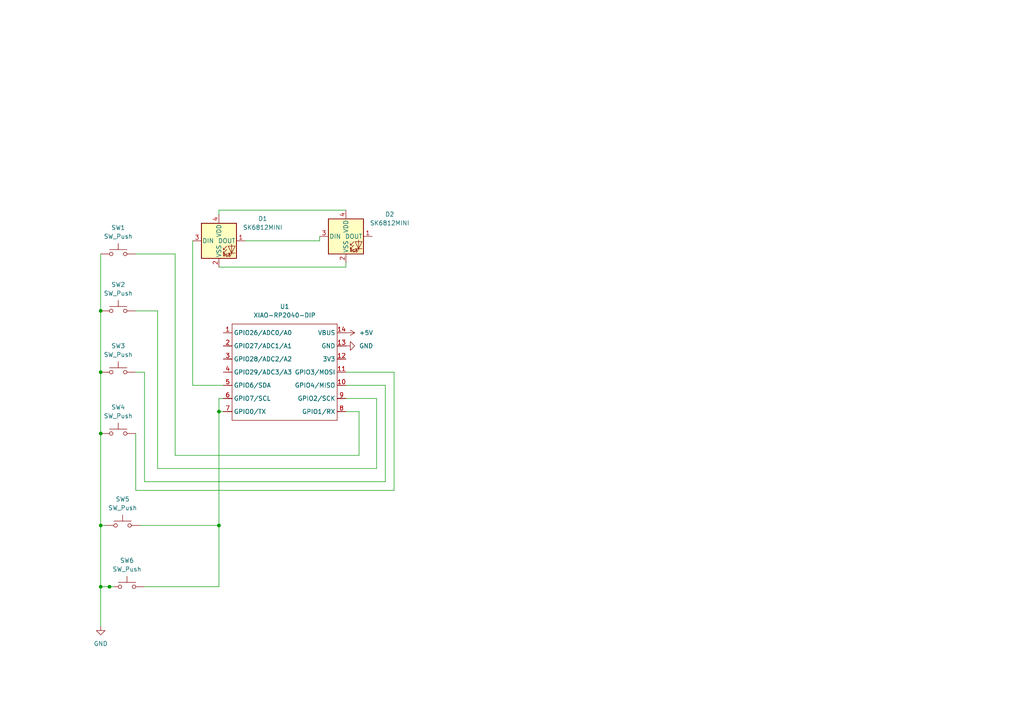
<source format=kicad_sch>
(kicad_sch
	(version 20250114)
	(generator "eeschema")
	(generator_version "9.0")
	(uuid "04017b7a-bc66-4247-9831-cbb849ff7ebb")
	(paper "A4")
	(lib_symbols
		(symbol "Library:+5V"
			(power)
			(pin_numbers
				(hide yes)
			)
			(pin_names
				(offset 0)
				(hide yes)
			)
			(exclude_from_sim no)
			(in_bom yes)
			(on_board yes)
			(property "Reference" "#PWR"
				(at 0 -3.81 0)
				(effects
					(font
						(size 1.27 1.27)
					)
					(hide yes)
				)
			)
			(property "Value" "+5V"
				(at 0 3.556 0)
				(effects
					(font
						(size 1.27 1.27)
					)
				)
			)
			(property "Footprint" ""
				(at 0 0 0)
				(effects
					(font
						(size 1.27 1.27)
					)
					(hide yes)
				)
			)
			(property "Datasheet" ""
				(at 0 0 0)
				(effects
					(font
						(size 1.27 1.27)
					)
					(hide yes)
				)
			)
			(property "Description" "Power symbol creates a global label with name \"+5V\""
				(at 0 0 0)
				(effects
					(font
						(size 1.27 1.27)
					)
					(hide yes)
				)
			)
			(property "ki_keywords" "global power"
				(at 0 0 0)
				(effects
					(font
						(size 1.27 1.27)
					)
					(hide yes)
				)
			)
			(symbol "+5V_0_1"
				(polyline
					(pts
						(xy -0.762 1.27) (xy 0 2.54)
					)
					(stroke
						(width 0)
						(type default)
					)
					(fill
						(type none)
					)
				)
				(polyline
					(pts
						(xy 0 2.54) (xy 0.762 1.27)
					)
					(stroke
						(width 0)
						(type default)
					)
					(fill
						(type none)
					)
				)
				(polyline
					(pts
						(xy 0 0) (xy 0 2.54)
					)
					(stroke
						(width 0)
						(type default)
					)
					(fill
						(type none)
					)
				)
			)
			(symbol "+5V_1_1"
				(pin power_in line
					(at 0 0 90)
					(length 0)
					(name "~"
						(effects
							(font
								(size 1.27 1.27)
							)
						)
					)
					(number "1"
						(effects
							(font
								(size 1.27 1.27)
							)
						)
					)
				)
			)
			(embedded_fonts no)
		)
		(symbol "Library:GND"
			(power)
			(pin_numbers
				(hide yes)
			)
			(pin_names
				(offset 0)
				(hide yes)
			)
			(exclude_from_sim no)
			(in_bom yes)
			(on_board yes)
			(property "Reference" "#PWR"
				(at 0 -6.35 0)
				(effects
					(font
						(size 1.27 1.27)
					)
					(hide yes)
				)
			)
			(property "Value" "GND"
				(at 0 -3.81 0)
				(effects
					(font
						(size 1.27 1.27)
					)
				)
			)
			(property "Footprint" ""
				(at 0 0 0)
				(effects
					(font
						(size 1.27 1.27)
					)
					(hide yes)
				)
			)
			(property "Datasheet" ""
				(at 0 0 0)
				(effects
					(font
						(size 1.27 1.27)
					)
					(hide yes)
				)
			)
			(property "Description" "Power symbol creates a global label with name \"GND\" , ground"
				(at 0 0 0)
				(effects
					(font
						(size 1.27 1.27)
					)
					(hide yes)
				)
			)
			(property "ki_keywords" "global power"
				(at 0 0 0)
				(effects
					(font
						(size 1.27 1.27)
					)
					(hide yes)
				)
			)
			(symbol "GND_0_1"
				(polyline
					(pts
						(xy 0 0) (xy 0 -1.27) (xy 1.27 -1.27) (xy 0 -2.54) (xy -1.27 -1.27) (xy 0 -1.27)
					)
					(stroke
						(width 0)
						(type default)
					)
					(fill
						(type none)
					)
				)
			)
			(symbol "GND_1_1"
				(pin power_in line
					(at 0 0 270)
					(length 0)
					(name "~"
						(effects
							(font
								(size 1.27 1.27)
							)
						)
					)
					(number "1"
						(effects
							(font
								(size 1.27 1.27)
							)
						)
					)
				)
			)
			(embedded_fonts no)
		)
		(symbol "Library:SK6812MINI"
			(pin_names
				(offset 0.254)
			)
			(exclude_from_sim no)
			(in_bom yes)
			(on_board yes)
			(property "Reference" "D"
				(at 5.08 5.715 0)
				(effects
					(font
						(size 1.27 1.27)
					)
					(justify right bottom)
				)
			)
			(property "Value" "SK6812MINI"
				(at 1.27 -5.715 0)
				(effects
					(font
						(size 1.27 1.27)
					)
					(justify left top)
				)
			)
			(property "Footprint" "LED_SMD:LED_SK6812MINI_PLCC4_3.5x3.5mm_P1.75mm"
				(at 1.27 -7.62 0)
				(effects
					(font
						(size 1.27 1.27)
					)
					(justify left top)
					(hide yes)
				)
			)
			(property "Datasheet" "https://cdn-shop.adafruit.com/product-files/2686/SK6812MINI_REV.01-1-2.pdf"
				(at 2.54 -9.525 0)
				(effects
					(font
						(size 1.27 1.27)
					)
					(justify left top)
					(hide yes)
				)
			)
			(property "Description" "RGB LED with integrated controller"
				(at 0 0 0)
				(effects
					(font
						(size 1.27 1.27)
					)
					(hide yes)
				)
			)
			(property "ki_keywords" "RGB LED NeoPixel Mini addressable"
				(at 0 0 0)
				(effects
					(font
						(size 1.27 1.27)
					)
					(hide yes)
				)
			)
			(property "ki_fp_filters" "LED*SK6812MINI*PLCC*3.5x3.5mm*P1.75mm*"
				(at 0 0 0)
				(effects
					(font
						(size 1.27 1.27)
					)
					(hide yes)
				)
			)
			(symbol "SK6812MINI_0_0"
				(text "RGB"
					(at 2.286 -4.191 0)
					(effects
						(font
							(size 0.762 0.762)
						)
					)
				)
			)
			(symbol "SK6812MINI_0_1"
				(polyline
					(pts
						(xy 1.27 -2.54) (xy 1.778 -2.54)
					)
					(stroke
						(width 0)
						(type default)
					)
					(fill
						(type none)
					)
				)
				(polyline
					(pts
						(xy 1.27 -3.556) (xy 1.778 -3.556)
					)
					(stroke
						(width 0)
						(type default)
					)
					(fill
						(type none)
					)
				)
				(polyline
					(pts
						(xy 2.286 -1.524) (xy 1.27 -2.54) (xy 1.27 -2.032)
					)
					(stroke
						(width 0)
						(type default)
					)
					(fill
						(type none)
					)
				)
				(polyline
					(pts
						(xy 2.286 -2.54) (xy 1.27 -3.556) (xy 1.27 -3.048)
					)
					(stroke
						(width 0)
						(type default)
					)
					(fill
						(type none)
					)
				)
				(polyline
					(pts
						(xy 3.683 -1.016) (xy 3.683 -3.556) (xy 3.683 -4.064)
					)
					(stroke
						(width 0)
						(type default)
					)
					(fill
						(type none)
					)
				)
				(polyline
					(pts
						(xy 4.699 -1.524) (xy 2.667 -1.524) (xy 3.683 -3.556) (xy 4.699 -1.524)
					)
					(stroke
						(width 0)
						(type default)
					)
					(fill
						(type none)
					)
				)
				(polyline
					(pts
						(xy 4.699 -3.556) (xy 2.667 -3.556)
					)
					(stroke
						(width 0)
						(type default)
					)
					(fill
						(type none)
					)
				)
				(rectangle
					(start 5.08 5.08)
					(end -5.08 -5.08)
					(stroke
						(width 0.254)
						(type default)
					)
					(fill
						(type background)
					)
				)
			)
			(symbol "SK6812MINI_1_1"
				(pin input line
					(at -7.62 0 0)
					(length 2.54)
					(name "DIN"
						(effects
							(font
								(size 1.27 1.27)
							)
						)
					)
					(number "3"
						(effects
							(font
								(size 1.27 1.27)
							)
						)
					)
				)
				(pin power_in line
					(at 0 7.62 270)
					(length 2.54)
					(name "VDD"
						(effects
							(font
								(size 1.27 1.27)
							)
						)
					)
					(number "4"
						(effects
							(font
								(size 1.27 1.27)
							)
						)
					)
				)
				(pin power_in line
					(at 0 -7.62 90)
					(length 2.54)
					(name "VSS"
						(effects
							(font
								(size 1.27 1.27)
							)
						)
					)
					(number "2"
						(effects
							(font
								(size 1.27 1.27)
							)
						)
					)
				)
				(pin output line
					(at 7.62 0 180)
					(length 2.54)
					(name "DOUT"
						(effects
							(font
								(size 1.27 1.27)
							)
						)
					)
					(number "1"
						(effects
							(font
								(size 1.27 1.27)
							)
						)
					)
				)
			)
			(embedded_fonts no)
		)
		(symbol "Library:SW_Push"
			(pin_numbers
				(hide yes)
			)
			(pin_names
				(offset 1.016)
				(hide yes)
			)
			(exclude_from_sim no)
			(in_bom yes)
			(on_board yes)
			(property "Reference" "SW"
				(at 1.27 2.54 0)
				(effects
					(font
						(size 1.27 1.27)
					)
					(justify left)
				)
			)
			(property "Value" "SW_Push"
				(at 0 -1.524 0)
				(effects
					(font
						(size 1.27 1.27)
					)
				)
			)
			(property "Footprint" ""
				(at 0 5.08 0)
				(effects
					(font
						(size 1.27 1.27)
					)
					(hide yes)
				)
			)
			(property "Datasheet" "~"
				(at 0 5.08 0)
				(effects
					(font
						(size 1.27 1.27)
					)
					(hide yes)
				)
			)
			(property "Description" "Push button switch, generic, two pins"
				(at 0 0 0)
				(effects
					(font
						(size 1.27 1.27)
					)
					(hide yes)
				)
			)
			(property "ki_keywords" "switch normally-open pushbutton push-button"
				(at 0 0 0)
				(effects
					(font
						(size 1.27 1.27)
					)
					(hide yes)
				)
			)
			(symbol "SW_Push_0_1"
				(circle
					(center -2.032 0)
					(radius 0.508)
					(stroke
						(width 0)
						(type default)
					)
					(fill
						(type none)
					)
				)
				(polyline
					(pts
						(xy 0 1.27) (xy 0 3.048)
					)
					(stroke
						(width 0)
						(type default)
					)
					(fill
						(type none)
					)
				)
				(circle
					(center 2.032 0)
					(radius 0.508)
					(stroke
						(width 0)
						(type default)
					)
					(fill
						(type none)
					)
				)
				(polyline
					(pts
						(xy 2.54 1.27) (xy -2.54 1.27)
					)
					(stroke
						(width 0)
						(type default)
					)
					(fill
						(type none)
					)
				)
				(pin passive line
					(at -5.08 0 0)
					(length 2.54)
					(name "1"
						(effects
							(font
								(size 1.27 1.27)
							)
						)
					)
					(number "1"
						(effects
							(font
								(size 1.27 1.27)
							)
						)
					)
				)
				(pin passive line
					(at 5.08 0 180)
					(length 2.54)
					(name "2"
						(effects
							(font
								(size 1.27 1.27)
							)
						)
					)
					(number "2"
						(effects
							(font
								(size 1.27 1.27)
							)
						)
					)
				)
			)
			(embedded_fonts no)
		)
		(symbol "Library:XIAO-RP2040-DIP"
			(exclude_from_sim no)
			(in_bom yes)
			(on_board yes)
			(property "Reference" "U"
				(at 0 0 0)
				(effects
					(font
						(size 1.27 1.27)
					)
				)
			)
			(property "Value" "XIAO-RP2040-DIP"
				(at 5.334 -1.778 0)
				(effects
					(font
						(size 1.27 1.27)
					)
				)
			)
			(property "Footprint" "Module:MOUDLE14P-XIAO-DIP-SMD"
				(at 14.478 -32.258 0)
				(effects
					(font
						(size 1.27 1.27)
					)
					(hide yes)
				)
			)
			(property "Datasheet" ""
				(at 0 0 0)
				(effects
					(font
						(size 1.27 1.27)
					)
					(hide yes)
				)
			)
			(property "Description" ""
				(at 0 0 0)
				(effects
					(font
						(size 1.27 1.27)
					)
					(hide yes)
				)
			)
			(symbol "XIAO-RP2040-DIP_1_0"
				(polyline
					(pts
						(xy -1.27 -2.54) (xy 29.21 -2.54)
					)
					(stroke
						(width 0.1524)
						(type solid)
					)
					(fill
						(type none)
					)
				)
				(polyline
					(pts
						(xy -1.27 -5.08) (xy -2.54 -5.08)
					)
					(stroke
						(width 0.1524)
						(type solid)
					)
					(fill
						(type none)
					)
				)
				(polyline
					(pts
						(xy -1.27 -5.08) (xy -1.27 -2.54)
					)
					(stroke
						(width 0.1524)
						(type solid)
					)
					(fill
						(type none)
					)
				)
				(polyline
					(pts
						(xy -1.27 -8.89) (xy -2.54 -8.89)
					)
					(stroke
						(width 0.1524)
						(type solid)
					)
					(fill
						(type none)
					)
				)
				(polyline
					(pts
						(xy -1.27 -8.89) (xy -1.27 -5.08)
					)
					(stroke
						(width 0.1524)
						(type solid)
					)
					(fill
						(type none)
					)
				)
				(polyline
					(pts
						(xy -1.27 -12.7) (xy -2.54 -12.7)
					)
					(stroke
						(width 0.1524)
						(type solid)
					)
					(fill
						(type none)
					)
				)
				(polyline
					(pts
						(xy -1.27 -12.7) (xy -1.27 -8.89)
					)
					(stroke
						(width 0.1524)
						(type solid)
					)
					(fill
						(type none)
					)
				)
				(polyline
					(pts
						(xy -1.27 -16.51) (xy -2.54 -16.51)
					)
					(stroke
						(width 0.1524)
						(type solid)
					)
					(fill
						(type none)
					)
				)
				(polyline
					(pts
						(xy -1.27 -16.51) (xy -1.27 -12.7)
					)
					(stroke
						(width 0.1524)
						(type solid)
					)
					(fill
						(type none)
					)
				)
				(polyline
					(pts
						(xy -1.27 -20.32) (xy -2.54 -20.32)
					)
					(stroke
						(width 0.1524)
						(type solid)
					)
					(fill
						(type none)
					)
				)
				(polyline
					(pts
						(xy -1.27 -24.13) (xy -2.54 -24.13)
					)
					(stroke
						(width 0.1524)
						(type solid)
					)
					(fill
						(type none)
					)
				)
				(polyline
					(pts
						(xy -1.27 -27.94) (xy -2.54 -27.94)
					)
					(stroke
						(width 0.1524)
						(type solid)
					)
					(fill
						(type none)
					)
				)
				(polyline
					(pts
						(xy -1.27 -30.48) (xy -1.27 -16.51)
					)
					(stroke
						(width 0.1524)
						(type solid)
					)
					(fill
						(type none)
					)
				)
				(polyline
					(pts
						(xy 29.21 -2.54) (xy 29.21 -5.08)
					)
					(stroke
						(width 0.1524)
						(type solid)
					)
					(fill
						(type none)
					)
				)
				(polyline
					(pts
						(xy 29.21 -5.08) (xy 29.21 -8.89)
					)
					(stroke
						(width 0.1524)
						(type solid)
					)
					(fill
						(type none)
					)
				)
				(polyline
					(pts
						(xy 29.21 -8.89) (xy 29.21 -12.7)
					)
					(stroke
						(width 0.1524)
						(type solid)
					)
					(fill
						(type none)
					)
				)
				(polyline
					(pts
						(xy 29.21 -12.7) (xy 29.21 -30.48)
					)
					(stroke
						(width 0.1524)
						(type solid)
					)
					(fill
						(type none)
					)
				)
				(polyline
					(pts
						(xy 29.21 -30.48) (xy -1.27 -30.48)
					)
					(stroke
						(width 0.1524)
						(type solid)
					)
					(fill
						(type none)
					)
				)
				(polyline
					(pts
						(xy 30.48 -5.08) (xy 29.21 -5.08)
					)
					(stroke
						(width 0.1524)
						(type solid)
					)
					(fill
						(type none)
					)
				)
				(polyline
					(pts
						(xy 30.48 -8.89) (xy 29.21 -8.89)
					)
					(stroke
						(width 0.1524)
						(type solid)
					)
					(fill
						(type none)
					)
				)
				(polyline
					(pts
						(xy 30.48 -12.7) (xy 29.21 -12.7)
					)
					(stroke
						(width 0.1524)
						(type solid)
					)
					(fill
						(type none)
					)
				)
				(polyline
					(pts
						(xy 30.48 -16.51) (xy 29.21 -16.51)
					)
					(stroke
						(width 0.1524)
						(type solid)
					)
					(fill
						(type none)
					)
				)
				(polyline
					(pts
						(xy 30.48 -20.32) (xy 29.21 -20.32)
					)
					(stroke
						(width 0.1524)
						(type solid)
					)
					(fill
						(type none)
					)
				)
				(polyline
					(pts
						(xy 30.48 -24.13) (xy 29.21 -24.13)
					)
					(stroke
						(width 0.1524)
						(type solid)
					)
					(fill
						(type none)
					)
				)
				(polyline
					(pts
						(xy 30.48 -27.94) (xy 29.21 -27.94)
					)
					(stroke
						(width 0.1524)
						(type solid)
					)
					(fill
						(type none)
					)
				)
				(pin passive line
					(at -3.81 -5.08 0)
					(length 2.54)
					(name "GPIO26/ADC0/A0"
						(effects
							(font
								(size 1.27 1.27)
							)
						)
					)
					(number "1"
						(effects
							(font
								(size 1.27 1.27)
							)
						)
					)
				)
				(pin passive line
					(at -3.81 -8.89 0)
					(length 2.54)
					(name "GPIO27/ADC1/A1"
						(effects
							(font
								(size 1.27 1.27)
							)
						)
					)
					(number "2"
						(effects
							(font
								(size 1.27 1.27)
							)
						)
					)
				)
				(pin passive line
					(at -3.81 -12.7 0)
					(length 2.54)
					(name "GPIO28/ADC2/A2"
						(effects
							(font
								(size 1.27 1.27)
							)
						)
					)
					(number "3"
						(effects
							(font
								(size 1.27 1.27)
							)
						)
					)
				)
				(pin passive line
					(at -3.81 -16.51 0)
					(length 2.54)
					(name "GPIO29/ADC3/A3"
						(effects
							(font
								(size 1.27 1.27)
							)
						)
					)
					(number "4"
						(effects
							(font
								(size 1.27 1.27)
							)
						)
					)
				)
				(pin passive line
					(at -3.81 -20.32 0)
					(length 2.54)
					(name "GPIO6/SDA"
						(effects
							(font
								(size 1.27 1.27)
							)
						)
					)
					(number "5"
						(effects
							(font
								(size 1.27 1.27)
							)
						)
					)
				)
				(pin passive line
					(at -3.81 -24.13 0)
					(length 2.54)
					(name "GPIO7/SCL"
						(effects
							(font
								(size 1.27 1.27)
							)
						)
					)
					(number "6"
						(effects
							(font
								(size 1.27 1.27)
							)
						)
					)
				)
				(pin passive line
					(at -3.81 -27.94 0)
					(length 2.54)
					(name "GPIO0/TX"
						(effects
							(font
								(size 1.27 1.27)
							)
						)
					)
					(number "7"
						(effects
							(font
								(size 1.27 1.27)
							)
						)
					)
				)
				(pin passive line
					(at 31.75 -5.08 180)
					(length 2.54)
					(name "VBUS"
						(effects
							(font
								(size 1.27 1.27)
							)
						)
					)
					(number "14"
						(effects
							(font
								(size 1.27 1.27)
							)
						)
					)
				)
				(pin passive line
					(at 31.75 -8.89 180)
					(length 2.54)
					(name "GND"
						(effects
							(font
								(size 1.27 1.27)
							)
						)
					)
					(number "13"
						(effects
							(font
								(size 1.27 1.27)
							)
						)
					)
				)
				(pin passive line
					(at 31.75 -12.7 180)
					(length 2.54)
					(name "3V3"
						(effects
							(font
								(size 1.27 1.27)
							)
						)
					)
					(number "12"
						(effects
							(font
								(size 1.27 1.27)
							)
						)
					)
				)
				(pin passive line
					(at 31.75 -16.51 180)
					(length 2.54)
					(name "GPIO3/MOSI"
						(effects
							(font
								(size 1.27 1.27)
							)
						)
					)
					(number "11"
						(effects
							(font
								(size 1.27 1.27)
							)
						)
					)
				)
				(pin passive line
					(at 31.75 -20.32 180)
					(length 2.54)
					(name "GPIO4/MISO"
						(effects
							(font
								(size 1.27 1.27)
							)
						)
					)
					(number "10"
						(effects
							(font
								(size 1.27 1.27)
							)
						)
					)
				)
				(pin passive line
					(at 31.75 -24.13 180)
					(length 2.54)
					(name "GPIO2/SCK"
						(effects
							(font
								(size 1.27 1.27)
							)
						)
					)
					(number "9"
						(effects
							(font
								(size 1.27 1.27)
							)
						)
					)
				)
				(pin passive line
					(at 31.75 -27.94 180)
					(length 2.54)
					(name "GPIO1/RX"
						(effects
							(font
								(size 1.27 1.27)
							)
						)
					)
					(number "8"
						(effects
							(font
								(size 1.27 1.27)
							)
						)
					)
				)
			)
			(embedded_fonts no)
		)
	)
	(junction
		(at 31.75 170.18)
		(diameter 0)
		(color 0 0 0 0)
		(uuid "3a064f0e-9b04-4c6a-847e-5b37e48ec9dc")
	)
	(junction
		(at 29.21 152.4)
		(diameter 0)
		(color 0 0 0 0)
		(uuid "48d0f6a2-9212-4acd-8a9c-ab0ea535c3be")
	)
	(junction
		(at 63.5 119.38)
		(diameter 0)
		(color 0 0 0 0)
		(uuid "8e18b9ed-64be-44a8-b0bb-5c1359c8dc60")
	)
	(junction
		(at 29.21 170.18)
		(diameter 0)
		(color 0 0 0 0)
		(uuid "9ec51212-9130-4802-80b5-27b70c2794cd")
	)
	(junction
		(at 63.5 152.4)
		(diameter 0)
		(color 0 0 0 0)
		(uuid "a2c9424b-e505-4ac9-b20e-3aef7bb155fa")
	)
	(junction
		(at 29.21 107.95)
		(diameter 0)
		(color 0 0 0 0)
		(uuid "cb4be5f5-040d-4376-80f7-9d4d847ea1a9")
	)
	(junction
		(at 29.21 90.17)
		(diameter 0)
		(color 0 0 0 0)
		(uuid "e4701fe8-31c9-4f7c-aed4-532d3c0ff091")
	)
	(junction
		(at 29.21 125.73)
		(diameter 0)
		(color 0 0 0 0)
		(uuid "eda5872f-c805-4fc9-925b-7c6c96679e79")
	)
	(wire
		(pts
			(xy 109.22 135.89) (xy 109.22 115.57)
		)
		(stroke
			(width 0)
			(type default)
		)
		(uuid "02743c61-ad16-48d2-a0c8-5d5735f97a07")
	)
	(wire
		(pts
			(xy 29.21 107.95) (xy 29.21 125.73)
		)
		(stroke
			(width 0)
			(type default)
		)
		(uuid "0521c70c-d831-410b-ba7e-19b7882038b5")
	)
	(wire
		(pts
			(xy 41.91 107.95) (xy 41.91 139.7)
		)
		(stroke
			(width 0)
			(type default)
		)
		(uuid "0554b435-0498-46c7-af50-3c344841f7b0")
	)
	(wire
		(pts
			(xy 104.14 132.08) (xy 104.14 119.38)
		)
		(stroke
			(width 0)
			(type default)
		)
		(uuid "16633309-b5fc-4db3-8a97-5edd19ede2e3")
	)
	(wire
		(pts
			(xy 41.91 170.18) (xy 63.5 170.18)
		)
		(stroke
			(width 0)
			(type default)
		)
		(uuid "173f2689-a801-4201-a7b3-6a50f7b3ad9a")
	)
	(wire
		(pts
			(xy 114.3 142.24) (xy 114.3 107.95)
		)
		(stroke
			(width 0)
			(type default)
		)
		(uuid "1b596ac9-1258-4f91-b814-97e8cf696bca")
	)
	(wire
		(pts
			(xy 39.37 125.73) (xy 39.37 142.24)
		)
		(stroke
			(width 0)
			(type default)
		)
		(uuid "231e3213-0fac-4ab7-9957-58f7a7c95ae6")
	)
	(wire
		(pts
			(xy 39.37 107.95) (xy 41.91 107.95)
		)
		(stroke
			(width 0)
			(type default)
		)
		(uuid "23f29a26-60e9-408b-9c84-fb9c30deae4d")
	)
	(wire
		(pts
			(xy 63.5 119.38) (xy 63.5 152.4)
		)
		(stroke
			(width 0)
			(type default)
		)
		(uuid "29b1484e-5afd-4883-ba56-938814475568")
	)
	(wire
		(pts
			(xy 63.5 115.57) (xy 64.77 115.57)
		)
		(stroke
			(width 0)
			(type default)
		)
		(uuid "2a23b4f5-ad65-455d-8ca0-8751cbc69f11")
	)
	(wire
		(pts
			(xy 71.12 69.85) (xy 92.71 69.85)
		)
		(stroke
			(width 0)
			(type default)
		)
		(uuid "2c419845-a142-442c-97ec-d5794a285f3b")
	)
	(wire
		(pts
			(xy 100.33 115.57) (xy 109.22 115.57)
		)
		(stroke
			(width 0)
			(type default)
		)
		(uuid "33d4b4d1-76c7-468b-b1ab-a9fcd57fe86d")
	)
	(wire
		(pts
			(xy 45.72 135.89) (xy 109.22 135.89)
		)
		(stroke
			(width 0)
			(type default)
		)
		(uuid "390f5f9a-cbb8-4d51-bb23-cc54e482053c")
	)
	(wire
		(pts
			(xy 39.37 90.17) (xy 45.72 90.17)
		)
		(stroke
			(width 0)
			(type default)
		)
		(uuid "3938336b-4e04-49ed-a364-f585062c1788")
	)
	(wire
		(pts
			(xy 100.33 77.47) (xy 100.33 76.2)
		)
		(stroke
			(width 0)
			(type default)
		)
		(uuid "39e15ce7-789e-4088-8322-dfd497e72cbe")
	)
	(wire
		(pts
			(xy 29.21 73.66) (xy 29.21 90.17)
		)
		(stroke
			(width 0)
			(type default)
		)
		(uuid "4598ede6-dfa0-4e50-9d79-f6d7c3a1e5fe")
	)
	(wire
		(pts
			(xy 55.88 111.76) (xy 64.77 111.76)
		)
		(stroke
			(width 0)
			(type default)
		)
		(uuid "56e659f4-8031-47b9-b966-c995a78bb2c6")
	)
	(wire
		(pts
			(xy 45.72 90.17) (xy 45.72 135.89)
		)
		(stroke
			(width 0)
			(type default)
		)
		(uuid "57004812-2740-425d-8ab8-e98b002167d7")
	)
	(wire
		(pts
			(xy 63.5 62.23) (xy 63.5 60.96)
		)
		(stroke
			(width 0)
			(type default)
		)
		(uuid "585f2667-d865-40b1-845b-8501422437dd")
	)
	(wire
		(pts
			(xy 63.5 152.4) (xy 63.5 170.18)
		)
		(stroke
			(width 0)
			(type default)
		)
		(uuid "5dc2b692-5ef7-46ce-8722-ae2ead92a82d")
	)
	(wire
		(pts
			(xy 29.21 90.17) (xy 29.21 107.95)
		)
		(stroke
			(width 0)
			(type default)
		)
		(uuid "63d6d47e-dd72-4984-bedd-fb75c8ee230d")
	)
	(wire
		(pts
			(xy 111.76 111.76) (xy 100.33 111.76)
		)
		(stroke
			(width 0)
			(type default)
		)
		(uuid "710bc8a7-9006-43a5-8bb3-b66d54382a7f")
	)
	(wire
		(pts
			(xy 92.71 69.85) (xy 92.71 68.58)
		)
		(stroke
			(width 0)
			(type default)
		)
		(uuid "7a90339e-e2e2-474f-a040-75a28c4a355a")
	)
	(wire
		(pts
			(xy 40.64 152.4) (xy 63.5 152.4)
		)
		(stroke
			(width 0)
			(type default)
		)
		(uuid "7f1d674a-0dde-4855-aa12-51f428d1239a")
	)
	(wire
		(pts
			(xy 29.21 152.4) (xy 29.21 170.18)
		)
		(stroke
			(width 0)
			(type default)
		)
		(uuid "81d67dbc-fee7-4d56-9822-252a7fbfc0b3")
	)
	(wire
		(pts
			(xy 55.88 69.85) (xy 55.88 111.76)
		)
		(stroke
			(width 0)
			(type default)
		)
		(uuid "8f658d30-cc30-4d95-90d2-695a5eae3d88")
	)
	(wire
		(pts
			(xy 29.21 125.73) (xy 29.21 152.4)
		)
		(stroke
			(width 0)
			(type default)
		)
		(uuid "905ca04c-d56f-43fe-97d4-dd8cc5d722d4")
	)
	(wire
		(pts
			(xy 31.75 170.18) (xy 33.02 170.18)
		)
		(stroke
			(width 0)
			(type default)
		)
		(uuid "9ac4ad8f-b163-47cd-b17e-6288cbede81d")
	)
	(wire
		(pts
			(xy 63.5 115.57) (xy 63.5 119.38)
		)
		(stroke
			(width 0)
			(type default)
		)
		(uuid "9f3b3dc4-e7b1-4bed-9fac-44e4edab8afb")
	)
	(wire
		(pts
			(xy 63.5 119.38) (xy 64.77 119.38)
		)
		(stroke
			(width 0)
			(type default)
		)
		(uuid "a86d98e2-7158-4863-b9c9-dfd771d64e24")
	)
	(wire
		(pts
			(xy 104.14 119.38) (xy 100.33 119.38)
		)
		(stroke
			(width 0)
			(type default)
		)
		(uuid "ab764122-0112-497b-a6a4-59defdde20de")
	)
	(wire
		(pts
			(xy 63.5 77.47) (xy 100.33 77.47)
		)
		(stroke
			(width 0)
			(type default)
		)
		(uuid "aeb5e9a2-bb69-4585-86e7-95b8b967aca0")
	)
	(wire
		(pts
			(xy 111.76 139.7) (xy 111.76 111.76)
		)
		(stroke
			(width 0)
			(type default)
		)
		(uuid "b33d52c7-0d59-439b-a91c-32e0173f8e93")
	)
	(wire
		(pts
			(xy 29.21 170.18) (xy 31.75 170.18)
		)
		(stroke
			(width 0)
			(type default)
		)
		(uuid "bf71b542-2d15-4fb2-9213-a4a37a8ec248")
	)
	(wire
		(pts
			(xy 29.21 170.18) (xy 29.21 181.61)
		)
		(stroke
			(width 0)
			(type default)
		)
		(uuid "c0b6e6e9-d4a3-47db-8c85-044f37df1f6d")
	)
	(wire
		(pts
			(xy 41.91 139.7) (xy 111.76 139.7)
		)
		(stroke
			(width 0)
			(type default)
		)
		(uuid "c3e9fc6c-1d7b-4fd3-9860-81cfafec3123")
	)
	(wire
		(pts
			(xy 39.37 142.24) (xy 114.3 142.24)
		)
		(stroke
			(width 0)
			(type default)
		)
		(uuid "cac18907-123b-4c73-b4f9-a6be5b678c6a")
	)
	(wire
		(pts
			(xy 29.21 152.4) (xy 30.48 152.4)
		)
		(stroke
			(width 0)
			(type default)
		)
		(uuid "e6097b34-08b3-4289-b4b0-9c63fbe66759")
	)
	(wire
		(pts
			(xy 63.5 60.96) (xy 100.33 60.96)
		)
		(stroke
			(width 0)
			(type default)
		)
		(uuid "e7b1c77d-27d1-41d0-a70e-a7d77a99bb5c")
	)
	(wire
		(pts
			(xy 100.33 107.95) (xy 114.3 107.95)
		)
		(stroke
			(width 0)
			(type default)
		)
		(uuid "e7c630e0-fd34-4770-9e8e-4eebb71c3cb9")
	)
	(wire
		(pts
			(xy 50.8 132.08) (xy 104.14 132.08)
		)
		(stroke
			(width 0)
			(type default)
		)
		(uuid "ee8e989c-d4c3-469f-85d3-1ee305bca7c4")
	)
	(wire
		(pts
			(xy 50.8 73.66) (xy 50.8 132.08)
		)
		(stroke
			(width 0)
			(type default)
		)
		(uuid "f2bba32b-d474-4c0c-839b-ac0b4c518c29")
	)
	(wire
		(pts
			(xy 39.37 73.66) (xy 50.8 73.66)
		)
		(stroke
			(width 0)
			(type default)
		)
		(uuid "fe364c1a-ab1d-4503-9c3e-4709e6f36705")
	)
	(symbol
		(lib_id "Library:SW_Push")
		(at 34.29 73.66 0)
		(unit 1)
		(exclude_from_sim no)
		(in_bom yes)
		(on_board yes)
		(dnp no)
		(fields_autoplaced yes)
		(uuid "028b4a29-bf5b-4ddd-a519-e2f3aa95adb2")
		(property "Reference" "SW1"
			(at 34.29 66.04 0)
			(effects
				(font
					(size 1.27 1.27)
				)
			)
		)
		(property "Value" "SW_Push"
			(at 34.29 68.58 0)
			(effects
				(font
					(size 1.27 1.27)
				)
			)
		)
		(property "Footprint" "Button_Switch_Keyboard:SW_Cherry_MX_1.00u_PCB"
			(at 34.29 68.58 0)
			(effects
				(font
					(size 1.27 1.27)
				)
				(hide yes)
			)
		)
		(property "Datasheet" "~"
			(at 34.29 68.58 0)
			(effects
				(font
					(size 1.27 1.27)
				)
				(hide yes)
			)
		)
		(property "Description" "Push button switch, generic, two pins"
			(at 34.29 73.66 0)
			(effects
				(font
					(size 1.27 1.27)
				)
				(hide yes)
			)
		)
		(pin "1"
			(uuid "31d08449-f402-4cc6-a283-9c2f4c12feb6")
		)
		(pin "2"
			(uuid "bc6811ea-53c9-4d83-9b03-0e6b01cf04d6")
		)
		(instances
			(project ""
				(path "/04017b7a-bc66-4247-9831-cbb849ff7ebb"
					(reference "SW1")
					(unit 1)
				)
			)
		)
	)
	(symbol
		(lib_id "Library:GND")
		(at 100.33 100.33 90)
		(unit 1)
		(exclude_from_sim no)
		(in_bom yes)
		(on_board yes)
		(dnp no)
		(fields_autoplaced yes)
		(uuid "153702fa-9a88-4d46-9ffa-0ef387d1a9b0")
		(property "Reference" "#PWR03"
			(at 106.68 100.33 0)
			(effects
				(font
					(size 1.27 1.27)
				)
				(hide yes)
			)
		)
		(property "Value" "GND"
			(at 104.14 100.3299 90)
			(effects
				(font
					(size 1.27 1.27)
				)
				(justify right)
			)
		)
		(property "Footprint" ""
			(at 100.33 100.33 0)
			(effects
				(font
					(size 1.27 1.27)
				)
				(hide yes)
			)
		)
		(property "Datasheet" ""
			(at 100.33 100.33 0)
			(effects
				(font
					(size 1.27 1.27)
				)
				(hide yes)
			)
		)
		(property "Description" "Power symbol creates a global label with name \"GND\" , ground"
			(at 100.33 100.33 0)
			(effects
				(font
					(size 1.27 1.27)
				)
				(hide yes)
			)
		)
		(pin "1"
			(uuid "e430f499-d8ec-486a-8b58-183b048ea2a0")
		)
		(instances
			(project ""
				(path "/04017b7a-bc66-4247-9831-cbb849ff7ebb"
					(reference "#PWR03")
					(unit 1)
				)
			)
		)
	)
	(symbol
		(lib_id "Library:XIAO-RP2040-DIP")
		(at 68.58 91.44 0)
		(unit 1)
		(exclude_from_sim no)
		(in_bom yes)
		(on_board yes)
		(dnp no)
		(fields_autoplaced yes)
		(uuid "4551f52f-65c4-4fb6-a23c-eecce990facc")
		(property "Reference" "U1"
			(at 82.55 88.9 0)
			(effects
				(font
					(size 1.27 1.27)
				)
			)
		)
		(property "Value" "XIAO-RP2040-DIP"
			(at 82.55 91.44 0)
			(effects
				(font
					(size 1.27 1.27)
				)
			)
		)
		(property "Footprint" "OPL:XIAO-RP2040-DIP"
			(at 83.058 123.698 0)
			(effects
				(font
					(size 1.27 1.27)
				)
				(hide yes)
			)
		)
		(property "Datasheet" ""
			(at 68.58 91.44 0)
			(effects
				(font
					(size 1.27 1.27)
				)
				(hide yes)
			)
		)
		(property "Description" ""
			(at 68.58 91.44 0)
			(effects
				(font
					(size 1.27 1.27)
				)
				(hide yes)
			)
		)
		(pin "3"
			(uuid "04831cf2-e292-4bf9-bf19-b3ab0777705a")
		)
		(pin "11"
			(uuid "3dc2b0e2-0b83-43e1-982f-bf763b91ccf8")
		)
		(pin "2"
			(uuid "59c57582-ea81-4068-84a5-ce016e7cd9e7")
		)
		(pin "1"
			(uuid "7abc0766-4946-42aa-b9a9-0314e78950b3")
		)
		(pin "5"
			(uuid "8153ef72-83b9-4651-98e6-5b9521732196")
		)
		(pin "12"
			(uuid "a831fc00-4a04-467f-a967-9d9606a52226")
		)
		(pin "6"
			(uuid "32a36aa5-8a4e-4d20-97fb-37e09bca3230")
		)
		(pin "10"
			(uuid "b18952fd-1105-4256-8fae-9d31a78dcf6c")
		)
		(pin "4"
			(uuid "24ea9269-1ef0-4ce3-bec7-d82f2566d82a")
		)
		(pin "7"
			(uuid "b2962130-af4d-43a6-89a3-14617c7de297")
		)
		(pin "14"
			(uuid "4106ed1d-68dc-45d4-94f1-bd7a24af5903")
		)
		(pin "13"
			(uuid "caed938a-9c47-4773-90f6-6f8b81e64530")
		)
		(pin "9"
			(uuid "7f3b0ee6-7367-44a5-8360-0d5bb9145b9e")
		)
		(pin "8"
			(uuid "84e96271-cd4d-4d15-beac-1f1e509bd2aa")
		)
		(instances
			(project ""
				(path "/04017b7a-bc66-4247-9831-cbb849ff7ebb"
					(reference "U1")
					(unit 1)
				)
			)
		)
	)
	(symbol
		(lib_id "Library:SK6812MINI")
		(at 63.5 69.85 0)
		(unit 1)
		(exclude_from_sim no)
		(in_bom yes)
		(on_board yes)
		(dnp no)
		(fields_autoplaced yes)
		(uuid "45e4220d-4d49-42da-8f54-b2c6c6cebaf3")
		(property "Reference" "D1"
			(at 76.2 63.4298 0)
			(effects
				(font
					(size 1.27 1.27)
				)
			)
		)
		(property "Value" "SK6812MINI"
			(at 76.2 65.9698 0)
			(effects
				(font
					(size 1.27 1.27)
				)
			)
		)
		(property "Footprint" "LED_SMD:LED_SK6812MINI_PLCC4_3.5x3.5mm_P1.75mm"
			(at 64.77 77.47 0)
			(effects
				(font
					(size 1.27 1.27)
				)
				(justify left top)
				(hide yes)
			)
		)
		(property "Datasheet" "https://cdn-shop.adafruit.com/product-files/2686/SK6812MINI_REV.01-1-2.pdf"
			(at 66.04 79.375 0)
			(effects
				(font
					(size 1.27 1.27)
				)
				(justify left top)
				(hide yes)
			)
		)
		(property "Description" "RGB LED with integrated controller"
			(at 63.5 69.85 0)
			(effects
				(font
					(size 1.27 1.27)
				)
				(hide yes)
			)
		)
		(pin "4"
			(uuid "64c78b48-309e-4b20-a24f-c473911d8268")
		)
		(pin "2"
			(uuid "13b9fa86-58d4-4f01-acc5-0351be86d461")
		)
		(pin "1"
			(uuid "253e53d1-4d8a-4b90-9cd2-9dd135f9875d")
		)
		(pin "3"
			(uuid "128fe814-820d-40a2-860a-f269195def11")
		)
		(instances
			(project ""
				(path "/04017b7a-bc66-4247-9831-cbb849ff7ebb"
					(reference "D1")
					(unit 1)
				)
			)
		)
	)
	(symbol
		(lib_id "Library:SW_Push")
		(at 34.29 107.95 0)
		(unit 1)
		(exclude_from_sim no)
		(in_bom yes)
		(on_board yes)
		(dnp no)
		(fields_autoplaced yes)
		(uuid "4eacf34a-a27d-47e7-8d99-4b558ad8ffa3")
		(property "Reference" "SW3"
			(at 34.29 100.33 0)
			(effects
				(font
					(size 1.27 1.27)
				)
			)
		)
		(property "Value" "SW_Push"
			(at 34.29 102.87 0)
			(effects
				(font
					(size 1.27 1.27)
				)
			)
		)
		(property "Footprint" "Button_Switch_Keyboard:SW_Cherry_MX_1.00u_PCB"
			(at 34.29 102.87 0)
			(effects
				(font
					(size 1.27 1.27)
				)
				(hide yes)
			)
		)
		(property "Datasheet" "~"
			(at 34.29 102.87 0)
			(effects
				(font
					(size 1.27 1.27)
				)
				(hide yes)
			)
		)
		(property "Description" "Push button switch, generic, two pins"
			(at 34.29 107.95 0)
			(effects
				(font
					(size 1.27 1.27)
				)
				(hide yes)
			)
		)
		(pin "1"
			(uuid "b1073f9e-a5f5-484f-b8ed-9579c9c6a3ff")
		)
		(pin "2"
			(uuid "eb225389-a7dc-4263-a701-b41608466c3c")
		)
		(instances
			(project ""
				(path "/04017b7a-bc66-4247-9831-cbb849ff7ebb"
					(reference "SW3")
					(unit 1)
				)
			)
		)
	)
	(symbol
		(lib_id "Library:SW_Push")
		(at 35.56 152.4 0)
		(unit 1)
		(exclude_from_sim no)
		(in_bom yes)
		(on_board yes)
		(dnp no)
		(uuid "8b860a52-303c-4b92-926a-b053a90bae98")
		(property "Reference" "SW5"
			(at 35.56 144.78 0)
			(effects
				(font
					(size 1.27 1.27)
				)
			)
		)
		(property "Value" "SW_Push"
			(at 35.56 147.32 0)
			(effects
				(font
					(size 1.27 1.27)
				)
			)
		)
		(property "Footprint" "Button_Switch_Keyboard:SW_Cherry_MX_1.00u_PCB"
			(at 35.56 147.32 0)
			(effects
				(font
					(size 1.27 1.27)
				)
				(hide yes)
			)
		)
		(property "Datasheet" "~"
			(at 35.56 147.32 0)
			(effects
				(font
					(size 1.27 1.27)
				)
				(hide yes)
			)
		)
		(property "Description" "Push button switch, generic, two pins"
			(at 35.56 152.4 0)
			(effects
				(font
					(size 1.27 1.27)
				)
				(hide yes)
			)
		)
		(pin "1"
			(uuid "9ab59ec0-4c2a-4ab7-b680-fd8dbefced81")
		)
		(pin "2"
			(uuid "22e9c693-2f52-4ad6-8d60-971819c5730e")
		)
		(instances
			(project "Hackpad"
				(path "/04017b7a-bc66-4247-9831-cbb849ff7ebb"
					(reference "SW5")
					(unit 1)
				)
			)
		)
	)
	(symbol
		(lib_id "Library:SW_Push")
		(at 34.29 125.73 0)
		(unit 1)
		(exclude_from_sim no)
		(in_bom yes)
		(on_board yes)
		(dnp no)
		(fields_autoplaced yes)
		(uuid "ac056640-35a9-4b67-8407-44bd98e95f4a")
		(property "Reference" "SW4"
			(at 34.29 118.11 0)
			(effects
				(font
					(size 1.27 1.27)
				)
			)
		)
		(property "Value" "SW_Push"
			(at 34.29 120.65 0)
			(effects
				(font
					(size 1.27 1.27)
				)
			)
		)
		(property "Footprint" "Button_Switch_Keyboard:SW_Cherry_MX_1.00u_PCB"
			(at 34.29 120.65 0)
			(effects
				(font
					(size 1.27 1.27)
				)
				(hide yes)
			)
		)
		(property "Datasheet" "~"
			(at 34.29 120.65 0)
			(effects
				(font
					(size 1.27 1.27)
				)
				(hide yes)
			)
		)
		(property "Description" "Push button switch, generic, two pins"
			(at 34.29 125.73 0)
			(effects
				(font
					(size 1.27 1.27)
				)
				(hide yes)
			)
		)
		(pin "2"
			(uuid "1579a2e0-c569-4096-b18f-23cf3c5040c4")
		)
		(pin "1"
			(uuid "a523502a-2428-48c8-89fd-3edc56011532")
		)
		(instances
			(project ""
				(path "/04017b7a-bc66-4247-9831-cbb849ff7ebb"
					(reference "SW4")
					(unit 1)
				)
			)
		)
	)
	(symbol
		(lib_id "Library:SW_Push")
		(at 34.29 90.17 0)
		(unit 1)
		(exclude_from_sim no)
		(in_bom yes)
		(on_board yes)
		(dnp no)
		(fields_autoplaced yes)
		(uuid "d017eaf5-7b96-45d3-97f0-1b0f1de7324d")
		(property "Reference" "SW2"
			(at 34.29 82.55 0)
			(effects
				(font
					(size 1.27 1.27)
				)
			)
		)
		(property "Value" "SW_Push"
			(at 34.29 85.09 0)
			(effects
				(font
					(size 1.27 1.27)
				)
			)
		)
		(property "Footprint" "Button_Switch_Keyboard:SW_Cherry_MX_1.00u_PCB"
			(at 34.29 85.09 0)
			(effects
				(font
					(size 1.27 1.27)
				)
				(hide yes)
			)
		)
		(property "Datasheet" "~"
			(at 34.29 85.09 0)
			(effects
				(font
					(size 1.27 1.27)
				)
				(hide yes)
			)
		)
		(property "Description" "Push button switch, generic, two pins"
			(at 34.29 90.17 0)
			(effects
				(font
					(size 1.27 1.27)
				)
				(hide yes)
			)
		)
		(pin "2"
			(uuid "0923ea13-acff-486d-9a79-c2453a3917bf")
		)
		(pin "1"
			(uuid "7c6b33ee-6631-4b0a-8ffc-2006f0c8e3e9")
		)
		(instances
			(project ""
				(path "/04017b7a-bc66-4247-9831-cbb849ff7ebb"
					(reference "SW2")
					(unit 1)
				)
			)
		)
	)
	(symbol
		(lib_id "Library:SW_Push")
		(at 36.83 170.18 0)
		(unit 1)
		(exclude_from_sim no)
		(in_bom yes)
		(on_board yes)
		(dnp no)
		(uuid "dd50584c-356f-4481-b95a-a870ea125fe3")
		(property "Reference" "SW6"
			(at 36.83 162.56 0)
			(effects
				(font
					(size 1.27 1.27)
				)
			)
		)
		(property "Value" "SW_Push"
			(at 36.83 165.1 0)
			(effects
				(font
					(size 1.27 1.27)
				)
			)
		)
		(property "Footprint" "Button_Switch_Keyboard:SW_Cherry_MX_1.00u_PCB"
			(at 36.83 165.1 0)
			(effects
				(font
					(size 1.27 1.27)
				)
				(hide yes)
			)
		)
		(property "Datasheet" "~"
			(at 36.83 165.1 0)
			(effects
				(font
					(size 1.27 1.27)
				)
				(hide yes)
			)
		)
		(property "Description" "Push button switch, generic, two pins"
			(at 36.83 170.18 0)
			(effects
				(font
					(size 1.27 1.27)
				)
				(hide yes)
			)
		)
		(pin "1"
			(uuid "6718fcc9-86b0-4c98-a7e5-fd1cf4b3c47c")
		)
		(pin "2"
			(uuid "639c8e30-8118-4df6-993b-7e377cac93d6")
		)
		(instances
			(project "Hackpad"
				(path "/04017b7a-bc66-4247-9831-cbb849ff7ebb"
					(reference "SW6")
					(unit 1)
				)
			)
		)
	)
	(symbol
		(lib_id "Library:+5V")
		(at 100.33 96.52 270)
		(unit 1)
		(exclude_from_sim no)
		(in_bom yes)
		(on_board yes)
		(dnp no)
		(fields_autoplaced yes)
		(uuid "e9825ecf-dbfa-4137-8c78-b0dd52d5ed59")
		(property "Reference" "#PWR02"
			(at 96.52 96.52 0)
			(effects
				(font
					(size 1.27 1.27)
				)
				(hide yes)
			)
		)
		(property "Value" "+5V"
			(at 104.14 96.5199 90)
			(effects
				(font
					(size 1.27 1.27)
				)
				(justify left)
			)
		)
		(property "Footprint" ""
			(at 100.33 96.52 0)
			(effects
				(font
					(size 1.27 1.27)
				)
				(hide yes)
			)
		)
		(property "Datasheet" ""
			(at 100.33 96.52 0)
			(effects
				(font
					(size 1.27 1.27)
				)
				(hide yes)
			)
		)
		(property "Description" "Power symbol creates a global label with name \"+5V\""
			(at 100.33 96.52 0)
			(effects
				(font
					(size 1.27 1.27)
				)
				(hide yes)
			)
		)
		(pin "1"
			(uuid "62df5ee6-446a-4adb-bc1d-52d7a95a3b1f")
		)
		(instances
			(project ""
				(path "/04017b7a-bc66-4247-9831-cbb849ff7ebb"
					(reference "#PWR02")
					(unit 1)
				)
			)
		)
	)
	(symbol
		(lib_id "Library:GND")
		(at 29.21 181.61 0)
		(unit 1)
		(exclude_from_sim no)
		(in_bom yes)
		(on_board yes)
		(dnp no)
		(fields_autoplaced yes)
		(uuid "eedcc062-85cd-4421-960e-ef913942fb96")
		(property "Reference" "#PWR01"
			(at 29.21 187.96 0)
			(effects
				(font
					(size 1.27 1.27)
				)
				(hide yes)
			)
		)
		(property "Value" "GND"
			(at 29.21 186.69 0)
			(effects
				(font
					(size 1.27 1.27)
				)
			)
		)
		(property "Footprint" ""
			(at 29.21 181.61 0)
			(effects
				(font
					(size 1.27 1.27)
				)
				(hide yes)
			)
		)
		(property "Datasheet" ""
			(at 29.21 181.61 0)
			(effects
				(font
					(size 1.27 1.27)
				)
				(hide yes)
			)
		)
		(property "Description" "Power symbol creates a global label with name \"GND\" , ground"
			(at 29.21 181.61 0)
			(effects
				(font
					(size 1.27 1.27)
				)
				(hide yes)
			)
		)
		(pin "1"
			(uuid "bfe12664-a63a-4d1f-b4e8-6c126959454e")
		)
		(instances
			(project ""
				(path "/04017b7a-bc66-4247-9831-cbb849ff7ebb"
					(reference "#PWR01")
					(unit 1)
				)
			)
		)
	)
	(symbol
		(lib_id "Library:SK6812MINI")
		(at 100.33 68.58 0)
		(unit 1)
		(exclude_from_sim no)
		(in_bom yes)
		(on_board yes)
		(dnp no)
		(fields_autoplaced yes)
		(uuid "fc2dd863-d4d0-452c-a930-2f6798b8ef3f")
		(property "Reference" "D2"
			(at 113.03 62.1598 0)
			(effects
				(font
					(size 1.27 1.27)
				)
			)
		)
		(property "Value" "SK6812MINI"
			(at 113.03 64.6998 0)
			(effects
				(font
					(size 1.27 1.27)
				)
			)
		)
		(property "Footprint" "LED_SMD:LED_SK6812MINI_PLCC4_3.5x3.5mm_P1.75mm"
			(at 101.6 76.2 0)
			(effects
				(font
					(size 1.27 1.27)
				)
				(justify left top)
				(hide yes)
			)
		)
		(property "Datasheet" "https://cdn-shop.adafruit.com/product-files/2686/SK6812MINI_REV.01-1-2.pdf"
			(at 102.87 78.105 0)
			(effects
				(font
					(size 1.27 1.27)
				)
				(justify left top)
				(hide yes)
			)
		)
		(property "Description" "RGB LED with integrated controller"
			(at 100.33 68.58 0)
			(effects
				(font
					(size 1.27 1.27)
				)
				(hide yes)
			)
		)
		(pin "4"
			(uuid "f52579f9-6f16-4a56-9804-c63af3287a56")
		)
		(pin "3"
			(uuid "55f28555-7a99-4b59-b7d0-ba587682751a")
		)
		(pin "2"
			(uuid "b5e821dd-f610-493c-937f-7895a5f11cd9")
		)
		(pin "1"
			(uuid "853731b2-48cb-46d6-b6c7-e0d42583400e")
		)
		(instances
			(project ""
				(path "/04017b7a-bc66-4247-9831-cbb849ff7ebb"
					(reference "D2")
					(unit 1)
				)
			)
		)
	)
	(sheet_instances
		(path "/"
			(page "1")
		)
	)
	(embedded_fonts no)
)

</source>
